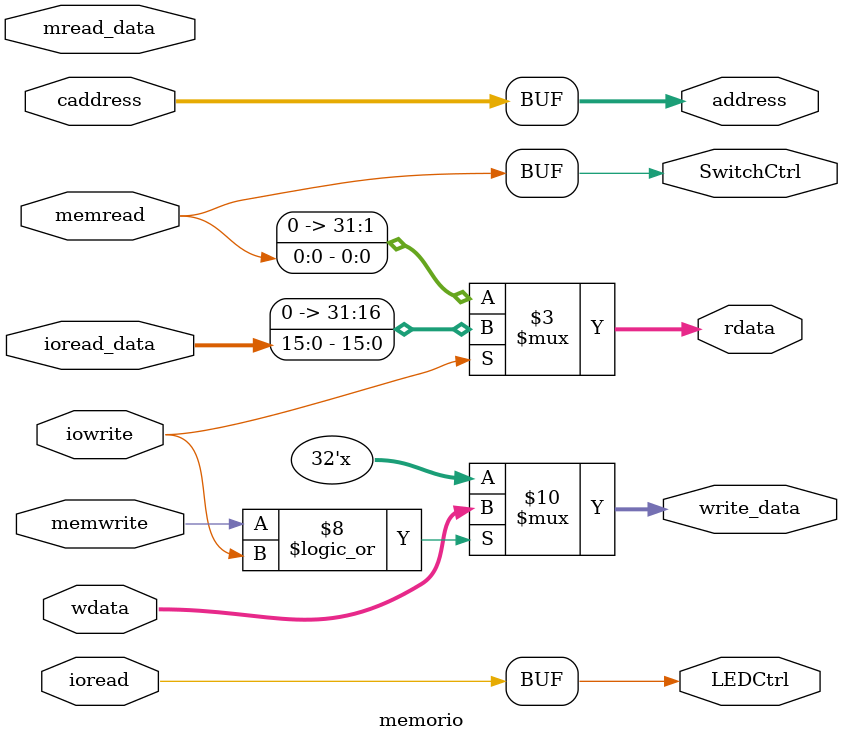
<source format=v>
`timescale 1ns / 1ps

module memorio(caddress,address,memread,memwrite,ioread,iowrite,mread_data,ioread_data,wdata,rdata,write_data,LEDCtrl,SwitchCtrl);
    input[31:0] caddress;       // from alu_result in executs32
    input memread;				// read memory, from control32
    input memwrite;				// write memory, from control32
    input ioread;				// read IO, from control32
    input iowrite;				// write IO, from control32
    input[31:0] mread_data;		// data from memory
    input[15:0] ioread_data;	// data from io,16 bits
    input[31:0] wdata;			// the data from idecode32,that want to write memory or io
    output[31:0] rdata;			// data from memory or IO that want to read into register
    output[31:0] write_data;    // data to memory or I/O
    output[31:0] address;       // address to mAddress and I/O
    output LEDCtrl;				// LED CS
    output SwitchCtrl;          // Switch CS
    reg[31:0] write_data;
    wire iorw;
    assign  address = caddress;
    assign  rdata = (iowrite == 1'b1) ? {16'b0, ioread_data} : memread;  // ¿ÉÄÜÊÇ´Ómemory¶Á³ö£¬Ò²¿ÉÄÜ×Ôio¶Á³ö£¬×Ôio¶ÁÈ¡µÄÊý¾ÝÊÇrdataµÄµÍ16bit
    assign  iorw = (iowrite||ioread);
	//!!!!!!!!!!!!!!!!!!!!!!!!!!!!!!!!!!!
	assign	LEDCtrl = ioread;    // led Ä£¿éµÄÆ¬Ñ¡ÐÅºÅ£¬¸ßµçÆ½ÓÐÐ§;
	assign	SwitchCtrl = memread;    //switch Ä£¿éµÄÆ¬Ñ¡ÐÅºÅ£¬¸ßµçÆ½ÓÐÐ§					
    always @* begin
        if((memwrite==1)||(iowrite==1)) begin
            write_data = wdata;
        end else begin
            write_data = 32'hZZZZZZZZ;
        end
    end
endmodule
</source>
